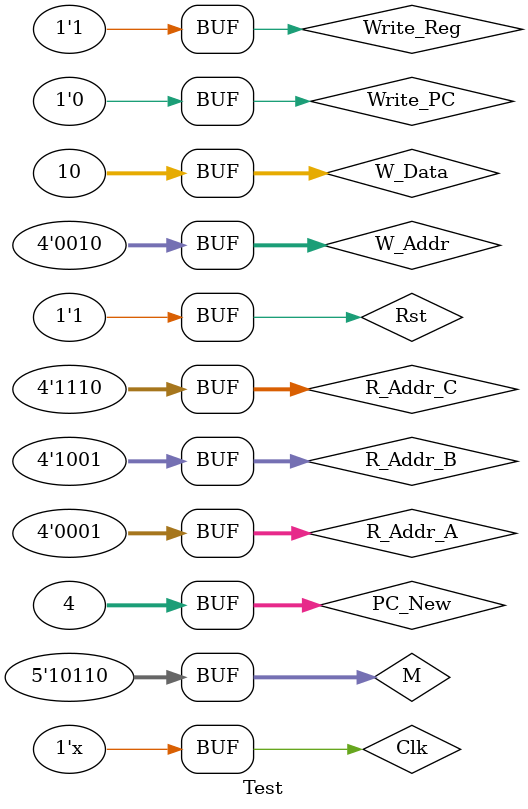
<source format=v>
`timescale 1ns / 1ps

module Test();
    parameter ADDR = 4;//寄存器编码/地址位宽
    parameter NUMB = 1<<ADDR;//寄存器个数
    parameter SIZE = 32;//寄存器数据位宽
    
    reg [4:0]M;//工作模式
    reg Write_PC;// 
    reg [SIZE:1]PC_New;//
    reg Clk;//写入时钟信号
    reg Rst;//清零信号
    reg Write_Reg;//写控制信号
    reg [ADDR:1]R_Addr_A;//A端口读寄存器地址
    reg [ADDR:1]R_Addr_B;//B端口读寄存器地址
    reg [ADDR:1]R_Addr_C;//C端口读寄存器地址
    reg [ADDR:1]W_Addr;//写寄存器地址
    reg [SIZE:1]W_Data;//写入数据
    
    wire [SIZE:1]R_Data_A;//A端口读出数据
    wire [SIZE:1]R_Data_B;//B端口读出数据
    wire [SIZE:1]R_Data_C;//c端口读出数据
    wire [SIZE:1]PC;

    // ALU32 ALU32_Instance(.OP(OP),.A(A),.B(B),.SCO(SCO),.CF(CF),.VF(VF),.F(F),.N(N),.Z(Z),.C(C),.V(V));
    always #25 Clk=~Clk;
    Multi_Reg Multi_Reg_instance(Clk,Rst,
      M,
      Write_PC,PC_New,
      Write_Reg,R_Addr_A,R_Addr_B,R_Addr_C,W_Addr,W_Data,
      R_Data_A,R_Data_B,R_Data_C,PC
    );
    initial begin
        Clk = 0;
        M <= 5'b10000;
        Write_PC <= 0;
        PC_New <= 0;
        Rst <= 0;
        W_Addr <= 0;
        W_Data <= 1;
        Write_Reg <= 1;
        R_Addr_A <= 0;
        R_Addr_B <= 8;
        R_Addr_C <= 13;
        #50;
        M <= 5'b10001;
        W_Addr <= 8;
        W_Data <= 2;
        #50;
        M <= 5'b10010;
        W_Addr <= 13;
        W_Data <= 3;
        #50;
        M <= 5'b11111;
        #50;//修改PC
        Write_PC <= 1;
        PC_New <= 4;
        #50;
        Write_PC <= 0;
        #50;
        M <= 5'b10011;
        W_Addr <= 8;
        W_Data = 5;
        #50;
        W_Addr = 0;
        W_Data = 6;
        #50;
        M <= 5'b10000;
        #50;
        W_Addr = 13;
        W_Data = 7;
        #50;
        M <= 5'b10001;
        #50;
        R_Addr_A = 1;
        R_Addr_B = 9;
        R_Addr_C = 14;
        #50;
        W_Addr = 1;
        W_Data = 8;
        #50;
        W_Addr = 9;
        W_Data = 9;
        #50;
        M <= 5'b10010;
        #50;
        W_Addr = 2;
        W_Data = 10;
        #50;
        W_Addr = 9;
        W_Data = 11;
        #50;
        W_Addr = 14;
        W_Data = 12;
        #50;
        M <= 5'b10110;
        W_Addr = 2;
        W_Data = 10;
        #50;
        Rst=1;
    end

endmodule

</source>
